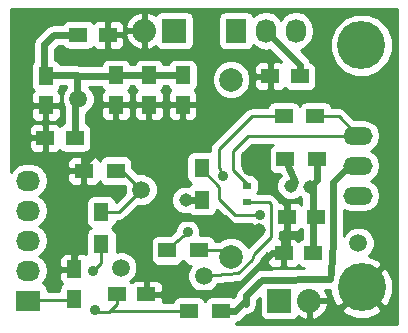
<source format=gbl>
G04 #@! TF.FileFunction,Copper,L2,Bot,Signal*
%FSLAX46Y46*%
G04 Gerber Fmt 4.6, Leading zero omitted, Abs format (unit mm)*
G04 Created by KiCad (PCBNEW (2015-04-09 BZR 5589)-product) date Wednesday, 15 April 2015 07:54:32 pm*
%MOMM*%
G01*
G04 APERTURE LIST*
%ADD10C,0.150000*%
%ADD11R,1.250000X1.500000*%
%ADD12R,1.500000X1.250000*%
%ADD13R,0.700000X0.600000*%
%ADD14R,1.300000X1.500000*%
%ADD15R,2.032000X2.032000*%
%ADD16O,2.032000X2.032000*%
%ADD17R,2.032000X1.727200*%
%ADD18O,2.032000X1.727200*%
%ADD19R,1.727200X2.032000*%
%ADD20O,1.727200X2.032000*%
%ADD21C,1.501140*%
%ADD22O,2.499360X1.501140*%
%ADD23R,1.500000X1.300000*%
%ADD24C,1.998980*%
%ADD25C,4.064000*%
%ADD26C,1.143000*%
%ADD27C,0.889000*%
%ADD28C,0.609600*%
%ADD29C,0.254000*%
G04 APERTURE END LIST*
D10*
D11*
X146608800Y-100350000D03*
X146608800Y-102850000D03*
D12*
X149372000Y-96875600D03*
X151872000Y-96875600D03*
X152623200Y-118846600D03*
X155123200Y-118846600D03*
X168128000Y-100380800D03*
X165628000Y-100380800D03*
D11*
X158191200Y-100299200D03*
X158191200Y-102799200D03*
X155346400Y-100299200D03*
X155346400Y-102799200D03*
D12*
X169499600Y-112268000D03*
X166999600Y-112268000D03*
X149052600Y-105587800D03*
X146552600Y-105587800D03*
D11*
X152552400Y-100299200D03*
X152552400Y-102799200D03*
X149021800Y-119207600D03*
X149021800Y-116707600D03*
D12*
X169245600Y-115366800D03*
X166745600Y-115366800D03*
D13*
X163626800Y-109637600D03*
X163626800Y-111037600D03*
D14*
X159816800Y-110824000D03*
X159816800Y-108124000D03*
D15*
X157480000Y-96520000D03*
D16*
X154940000Y-96520000D03*
D15*
X166370000Y-119380000D03*
D16*
X168910000Y-119380000D03*
D17*
X145135600Y-119380000D03*
D18*
X145135600Y-116840000D03*
X145135600Y-114300000D03*
X145135600Y-111760000D03*
X145135600Y-109220000D03*
D19*
X162712400Y-96520000D03*
D20*
X165252400Y-96520000D03*
X167792400Y-96520000D03*
D21*
X154686000Y-109982000D03*
X173075600Y-114503200D03*
X152958800Y-116586000D03*
X159969200Y-117297200D03*
X149352000Y-102311200D03*
D22*
X173024800Y-107950000D03*
X173024800Y-105410000D03*
X173024800Y-110490000D03*
D23*
X169447200Y-103784400D03*
X166747200Y-103784400D03*
D24*
X162306000Y-100653200D03*
X162306000Y-115653200D03*
D14*
X151307800Y-111857800D03*
X151307800Y-114557800D03*
D23*
X152530800Y-108381800D03*
X149830800Y-108381800D03*
X161446200Y-120294400D03*
X158746200Y-120294400D03*
X156892000Y-115112800D03*
X159592000Y-115112800D03*
X169599600Y-107391200D03*
X166899600Y-107391200D03*
D25*
X173329600Y-97739200D03*
X173355000Y-118237000D03*
D26*
X158445200Y-110845600D03*
X148894800Y-113182400D03*
X144957800Y-102920800D03*
X156464000Y-107238800D03*
X164642800Y-113436400D03*
X155244800Y-116687600D03*
X163779200Y-108204000D03*
X151333200Y-104546400D03*
D27*
X150787100Y-120192800D03*
X158623000Y-113563400D03*
D26*
X169011600Y-109728000D03*
D27*
X164744400Y-112115600D03*
X161645600Y-108864400D03*
X150622000Y-116890800D03*
D26*
X167335200Y-109677200D03*
D28*
X149052600Y-105587800D02*
X149052600Y-102610600D01*
X149052600Y-102610600D02*
X149352000Y-102311200D01*
X159816800Y-110824000D02*
X158466800Y-110824000D01*
X158466800Y-110824000D02*
X158445200Y-110845600D01*
X158191200Y-100299200D02*
X155346400Y-100299200D01*
X155346400Y-100299200D02*
X152552400Y-100299200D01*
X152552400Y-100299200D02*
X152521600Y-100330000D01*
X152521600Y-100330000D02*
X149250400Y-100330000D01*
X149250400Y-100330000D02*
X149250400Y-100299200D01*
X149250400Y-100299200D02*
X149250400Y-102209600D01*
X149250400Y-102209600D02*
X149352000Y-102311200D01*
X149250400Y-100299200D02*
X146659600Y-100299200D01*
X146659600Y-100299200D02*
X146487200Y-100126800D01*
X146487200Y-100126800D02*
X146487200Y-97688400D01*
X146487200Y-97688400D02*
X147300000Y-96875600D01*
X147300000Y-96875600D02*
X149372000Y-96875600D01*
X149830800Y-108381800D02*
X149830800Y-107826800D01*
X149830800Y-107826800D02*
X151333200Y-106324400D01*
X151333200Y-106324400D02*
X151333200Y-104546400D01*
X149021800Y-116707600D02*
X149021800Y-113309400D01*
X149021800Y-113309400D02*
X148894800Y-113182400D01*
X156718000Y-112369600D02*
X156718000Y-107492800D01*
X156718000Y-107492800D02*
X156464000Y-107238800D01*
X164693600Y-113385600D02*
X162763200Y-113385600D01*
X155244800Y-116535200D02*
X155244800Y-116687600D01*
X153416000Y-114706400D02*
X155244800Y-116535200D01*
X153416000Y-112877600D02*
X153416000Y-114706400D01*
X156210000Y-112877600D02*
X153416000Y-112877600D01*
X156718000Y-112369600D02*
X156210000Y-112877600D01*
X161747200Y-112369600D02*
X156718000Y-112369600D01*
X162763200Y-113385600D02*
X161747200Y-112369600D01*
X166745600Y-115366800D02*
X165760400Y-115366800D01*
X156921200Y-116687600D02*
X155244800Y-116687600D01*
X158953200Y-118719600D02*
X157657800Y-117424200D01*
X157657800Y-117424200D02*
X156921200Y-116687600D01*
X162407600Y-118719600D02*
X158953200Y-118719600D01*
X165760400Y-115366800D02*
X162407600Y-118719600D01*
X166999600Y-112268000D02*
X166999600Y-115112800D01*
X166999600Y-115112800D02*
X166745600Y-115366800D01*
X166999600Y-112268000D02*
X166999600Y-111221200D01*
X164947600Y-108204000D02*
X163779200Y-108204000D01*
X164998400Y-108254800D02*
X164947600Y-108204000D01*
X164998400Y-109220000D02*
X164998400Y-108254800D01*
X166999600Y-111221200D02*
X164998400Y-109220000D01*
D29*
X150914100Y-120319800D02*
X150787100Y-120192800D01*
X151968200Y-120319800D02*
X150914100Y-120319800D01*
X156892000Y-115112800D02*
X156892000Y-114989600D01*
X156892000Y-114989600D02*
X158623000Y-113563400D01*
X152623200Y-118846600D02*
X152623200Y-119664800D01*
X152623200Y-119664800D02*
X151968200Y-120319800D01*
X151968200Y-120319800D02*
X151993600Y-120294400D01*
X158746200Y-120294400D02*
X151993600Y-120294400D01*
D28*
X168128000Y-100380800D02*
X168128000Y-99395600D01*
X168128000Y-99395600D02*
X165252400Y-96520000D01*
X169245600Y-115366800D02*
X169245600Y-112318800D01*
X169245600Y-112318800D02*
X169194800Y-112268000D01*
X169194800Y-112268000D02*
X169194800Y-109911200D01*
X169194800Y-109911200D02*
X169011600Y-109728000D01*
X169599600Y-107391200D02*
X169599600Y-109140000D01*
X169599600Y-109140000D02*
X169011600Y-109728000D01*
D29*
X146050000Y-119303800D02*
X148925600Y-119303800D01*
X148925600Y-119303800D02*
X149021800Y-119207600D01*
X163626800Y-109637600D02*
X163626800Y-109474000D01*
X163626800Y-109474000D02*
X162458400Y-108305600D01*
X162458400Y-108305600D02*
X162458400Y-106680000D01*
X162458400Y-106680000D02*
X163728400Y-105410000D01*
X163728400Y-105410000D02*
X173024800Y-105410000D01*
X171399200Y-103784400D02*
X173024800Y-105410000D01*
X169447200Y-103784400D02*
X171399200Y-103784400D01*
X163626800Y-111037600D02*
X165495200Y-111037600D01*
X162915600Y-117043200D02*
X159969200Y-117297200D01*
X164033200Y-115925600D02*
X162915600Y-117043200D01*
X164236400Y-115417600D02*
X164033200Y-115925600D01*
X165658800Y-113995200D02*
X164236400Y-115417600D01*
X165658800Y-111201200D02*
X165658800Y-113995200D01*
X165495200Y-111037600D02*
X165658800Y-111201200D01*
X162944800Y-112115600D02*
X162610800Y-112115600D01*
X164744400Y-112115600D02*
X162944800Y-112115600D01*
X161290000Y-109728000D02*
X159816800Y-108254800D01*
X161290000Y-110794800D02*
X161290000Y-109728000D01*
X162610800Y-112115600D02*
X161290000Y-110794800D01*
X159816800Y-108254800D02*
X159816800Y-108124000D01*
D28*
X161446200Y-120294400D02*
X162610800Y-120294400D01*
X162610800Y-120294400D02*
X163576000Y-119329200D01*
X170738800Y-116967000D02*
X170637200Y-117551200D01*
X170738800Y-116967000D02*
X170891200Y-114452400D01*
X170891200Y-114452400D02*
X170891200Y-109321600D01*
X172262800Y-107950000D02*
X170891200Y-109321600D01*
X163576000Y-118922800D02*
X163576000Y-119329200D01*
X163576000Y-119329200D02*
X163576000Y-119634000D01*
X163576000Y-119634000D02*
X163576000Y-119583200D01*
X164896800Y-117602000D02*
X163576000Y-118922800D01*
X170637200Y-117551200D02*
X164896800Y-117602000D01*
X172262800Y-107950000D02*
X173024800Y-107950000D01*
D29*
X151307800Y-111857800D02*
X152810200Y-111857800D01*
X152810200Y-111857800D02*
X154686000Y-109982000D01*
X152530800Y-108381800D02*
X153085800Y-108381800D01*
X153085800Y-108381800D02*
X154686000Y-109982000D01*
X164033200Y-103784400D02*
X166747200Y-103784400D01*
X161239200Y-106578400D02*
X164033200Y-103784400D01*
X161239200Y-108102400D02*
X161239200Y-106578400D01*
X161594800Y-108864400D02*
X161239200Y-108102400D01*
X161645600Y-108864400D02*
X161594800Y-108864400D01*
X159592000Y-115112800D02*
X161765600Y-115112800D01*
X161765600Y-115112800D02*
X162306000Y-115653200D01*
X151307800Y-114557800D02*
X151307800Y-116205000D01*
X151307800Y-116205000D02*
X150622000Y-116890800D01*
D28*
X166899600Y-107391200D02*
X167712400Y-109300000D01*
X167712400Y-109300000D02*
X167335200Y-109677200D01*
D29*
G36*
X176315000Y-121315000D02*
X176025880Y-121315000D01*
X176025880Y-118747612D01*
X176017975Y-117686643D01*
X175997062Y-117636154D01*
X175997062Y-97211028D01*
X175591891Y-96230439D01*
X174842307Y-95479545D01*
X173862427Y-95072664D01*
X172801428Y-95071738D01*
X171820839Y-95476909D01*
X171069945Y-96226493D01*
X170663064Y-97206373D01*
X170662138Y-98267372D01*
X171067309Y-99247961D01*
X171816893Y-99998855D01*
X172796773Y-100405736D01*
X173857772Y-100406662D01*
X174838361Y-100001491D01*
X175589255Y-99251907D01*
X175996136Y-98272027D01*
X175997062Y-97211028D01*
X175997062Y-117636154D01*
X175627168Y-116743154D01*
X175253121Y-116518484D01*
X173534605Y-118237000D01*
X175253121Y-119955516D01*
X175627168Y-119730846D01*
X176025880Y-118747612D01*
X176025880Y-121315000D01*
X175073516Y-121315000D01*
X175073516Y-120135121D01*
X173355000Y-118416605D01*
X171636484Y-120135121D01*
X171861154Y-120509168D01*
X172844388Y-120907880D01*
X173905357Y-120899975D01*
X174848846Y-120509168D01*
X175073516Y-120135121D01*
X175073516Y-121315000D01*
X170515983Y-121315000D01*
X170515983Y-119762946D01*
X170397367Y-119507000D01*
X169037000Y-119507000D01*
X169037000Y-120866836D01*
X169292944Y-120985975D01*
X169774818Y-120786385D01*
X170247188Y-120348379D01*
X170515983Y-119762946D01*
X170515983Y-121315000D01*
X162711927Y-121315000D01*
X162790611Y-121198433D01*
X162970446Y-121162662D01*
X163275339Y-120958939D01*
X163681454Y-120552823D01*
X163935646Y-120502262D01*
X164240539Y-120298539D01*
X164444262Y-119993646D01*
X164515800Y-119634000D01*
X164515800Y-119583200D01*
X164515800Y-119329200D01*
X164515800Y-119312078D01*
X164706560Y-119121318D01*
X164706560Y-120396000D01*
X164753537Y-120638123D01*
X164893327Y-120850927D01*
X165104360Y-120993377D01*
X165354000Y-121043440D01*
X167386000Y-121043440D01*
X167628123Y-120996463D01*
X167840927Y-120856673D01*
X167948737Y-120696956D01*
X168045182Y-120786385D01*
X168527056Y-120985975D01*
X168783000Y-120866836D01*
X168783000Y-119507000D01*
X168763000Y-119507000D01*
X168763000Y-119253000D01*
X168783000Y-119253000D01*
X168783000Y-119233000D01*
X169037000Y-119233000D01*
X169037000Y-119253000D01*
X170397367Y-119253000D01*
X170515983Y-118997054D01*
X170285081Y-118494152D01*
X170645517Y-118490963D01*
X170689748Y-118481757D01*
X170692025Y-118787357D01*
X171082832Y-119730846D01*
X171456879Y-119955516D01*
X173175395Y-118237000D01*
X173161252Y-118222857D01*
X173340857Y-118043252D01*
X173355000Y-118057395D01*
X175073516Y-116338879D01*
X174848846Y-115964832D01*
X173941286Y-115596806D01*
X174249544Y-115289087D01*
X174460929Y-114780016D01*
X174461410Y-114228802D01*
X174250914Y-113719363D01*
X173861487Y-113329256D01*
X173352416Y-113117871D01*
X172801202Y-113117390D01*
X172291763Y-113327886D01*
X171901656Y-113717313D01*
X171831000Y-113887471D01*
X171831000Y-111684885D01*
X171958532Y-111770100D01*
X172488767Y-111875570D01*
X173560833Y-111875570D01*
X174091068Y-111770100D01*
X174540579Y-111469746D01*
X174840933Y-111020235D01*
X174946403Y-110490000D01*
X174840933Y-109959765D01*
X174540579Y-109510254D01*
X174106183Y-109220000D01*
X174540579Y-108929746D01*
X174840933Y-108480235D01*
X174946403Y-107950000D01*
X174840933Y-107419765D01*
X174540579Y-106970254D01*
X174106183Y-106680000D01*
X174540579Y-106389746D01*
X174840933Y-105940235D01*
X174946403Y-105410000D01*
X174840933Y-104879765D01*
X174540579Y-104430254D01*
X174091068Y-104129900D01*
X173560833Y-104024430D01*
X172716860Y-104024430D01*
X171938015Y-103245585D01*
X171690805Y-103080404D01*
X171399200Y-103022400D01*
X170822909Y-103022400D01*
X170797663Y-102892277D01*
X170657873Y-102679473D01*
X170446840Y-102537023D01*
X170197200Y-102486960D01*
X169525440Y-102486960D01*
X169525440Y-101005800D01*
X169525440Y-99755800D01*
X169478463Y-99513677D01*
X169338673Y-99300873D01*
X169127640Y-99158423D01*
X169016176Y-99136069D01*
X168996262Y-99035955D01*
X168996262Y-99035954D01*
X168792539Y-98731061D01*
X168186443Y-98124965D01*
X168365889Y-98089271D01*
X168852070Y-97764415D01*
X169176926Y-97278234D01*
X169291000Y-96704745D01*
X169291000Y-96335255D01*
X169176926Y-95761766D01*
X168852070Y-95275585D01*
X168365889Y-94950729D01*
X167792400Y-94836655D01*
X167218911Y-94950729D01*
X166732730Y-95275585D01*
X166522400Y-95590365D01*
X166312070Y-95275585D01*
X165825889Y-94950729D01*
X165252400Y-94836655D01*
X164678911Y-94950729D01*
X164192730Y-95275585D01*
X164182184Y-95291367D01*
X164176463Y-95261877D01*
X164036673Y-95049073D01*
X163825640Y-94906623D01*
X163576000Y-94856560D01*
X161848800Y-94856560D01*
X161606677Y-94903537D01*
X161393873Y-95043327D01*
X161251423Y-95254360D01*
X161201360Y-95504000D01*
X161201360Y-97536000D01*
X161248337Y-97778123D01*
X161388127Y-97990927D01*
X161599160Y-98133377D01*
X161848800Y-98183440D01*
X163576000Y-98183440D01*
X163818123Y-98136463D01*
X164030927Y-97996673D01*
X164173377Y-97785640D01*
X164181118Y-97747037D01*
X164192730Y-97764415D01*
X164678911Y-98089271D01*
X165252400Y-98203345D01*
X165547890Y-98144568D01*
X166538131Y-99134809D01*
X166504309Y-99120800D01*
X165913750Y-99120800D01*
X165755000Y-99279550D01*
X165755000Y-100253800D01*
X165775000Y-100253800D01*
X165775000Y-100507800D01*
X165755000Y-100507800D01*
X165755000Y-101482050D01*
X165913750Y-101640800D01*
X166504309Y-101640800D01*
X166737698Y-101544127D01*
X166879176Y-101402649D01*
X166917327Y-101460727D01*
X167128360Y-101603177D01*
X167378000Y-101653240D01*
X168878000Y-101653240D01*
X169120123Y-101606263D01*
X169332927Y-101466473D01*
X169475377Y-101255440D01*
X169525440Y-101005800D01*
X169525440Y-102486960D01*
X168697200Y-102486960D01*
X168455077Y-102533937D01*
X168242273Y-102673727D01*
X168099823Y-102884760D01*
X168097983Y-102893930D01*
X168097663Y-102892277D01*
X167957873Y-102679473D01*
X167746840Y-102537023D01*
X167497200Y-102486960D01*
X165997200Y-102486960D01*
X165755077Y-102533937D01*
X165542273Y-102673727D01*
X165501000Y-102734871D01*
X165501000Y-101482050D01*
X165501000Y-100507800D01*
X165501000Y-100253800D01*
X165501000Y-99279550D01*
X165342250Y-99120800D01*
X164751691Y-99120800D01*
X164518302Y-99217473D01*
X164339673Y-99396101D01*
X164243000Y-99629490D01*
X164243000Y-99882109D01*
X164243000Y-100095050D01*
X164401750Y-100253800D01*
X165501000Y-100253800D01*
X165501000Y-100507800D01*
X164401750Y-100507800D01*
X164243000Y-100666550D01*
X164243000Y-100879491D01*
X164243000Y-101132110D01*
X164339673Y-101365499D01*
X164518302Y-101544127D01*
X164751691Y-101640800D01*
X165342250Y-101640800D01*
X165501000Y-101482050D01*
X165501000Y-102734871D01*
X165399823Y-102884760D01*
X165372220Y-103022400D01*
X164033200Y-103022400D01*
X163940774Y-103040784D01*
X163940774Y-100329506D01*
X163692462Y-99728545D01*
X163233073Y-99268354D01*
X162632547Y-99018994D01*
X161982306Y-99018426D01*
X161381345Y-99266738D01*
X160921154Y-99726127D01*
X160671794Y-100326653D01*
X160671226Y-100976894D01*
X160919538Y-101577855D01*
X161378927Y-102038046D01*
X161979453Y-102287406D01*
X162629694Y-102287974D01*
X163230655Y-102039662D01*
X163690846Y-101580273D01*
X163940206Y-100979747D01*
X163940774Y-100329506D01*
X163940774Y-103040784D01*
X163741595Y-103080404D01*
X163642576Y-103146565D01*
X163494385Y-103245584D01*
X160700385Y-106039585D01*
X160535204Y-106286795D01*
X160477200Y-106578400D01*
X160477200Y-106728645D01*
X160466800Y-106726560D01*
X159463640Y-106726560D01*
X159463640Y-101049200D01*
X159463640Y-99549200D01*
X159416663Y-99307077D01*
X159276873Y-99094273D01*
X159143440Y-99004204D01*
X159143440Y-97536000D01*
X159143440Y-95504000D01*
X159096463Y-95261877D01*
X158956673Y-95049073D01*
X158745640Y-94906623D01*
X158496000Y-94856560D01*
X156464000Y-94856560D01*
X156221877Y-94903537D01*
X156009073Y-95043327D01*
X155901262Y-95203043D01*
X155804818Y-95113615D01*
X155322944Y-94914025D01*
X155067000Y-95033164D01*
X155067000Y-96393000D01*
X155087000Y-96393000D01*
X155087000Y-96647000D01*
X155067000Y-96647000D01*
X155067000Y-98006836D01*
X155322944Y-98125975D01*
X155804818Y-97926385D01*
X155901835Y-97836425D01*
X156003327Y-97990927D01*
X156214360Y-98133377D01*
X156464000Y-98183440D01*
X158496000Y-98183440D01*
X158738123Y-98136463D01*
X158950927Y-97996673D01*
X159093377Y-97785640D01*
X159143440Y-97536000D01*
X159143440Y-99004204D01*
X159065840Y-98951823D01*
X158816200Y-98901760D01*
X157566200Y-98901760D01*
X157324077Y-98948737D01*
X157111273Y-99088527D01*
X156968823Y-99299560D01*
X156956822Y-99359400D01*
X156582014Y-99359400D01*
X156571863Y-99307077D01*
X156432073Y-99094273D01*
X156221040Y-98951823D01*
X155971400Y-98901760D01*
X154813000Y-98901760D01*
X154813000Y-98006836D01*
X154813000Y-96647000D01*
X154813000Y-96393000D01*
X154813000Y-95033164D01*
X154557056Y-94914025D01*
X154075182Y-95113615D01*
X153602812Y-95551621D01*
X153334017Y-96137054D01*
X153452633Y-96393000D01*
X154813000Y-96393000D01*
X154813000Y-96647000D01*
X153452633Y-96647000D01*
X153334017Y-96902946D01*
X153602812Y-97488379D01*
X154075182Y-97926385D01*
X154557056Y-98125975D01*
X154813000Y-98006836D01*
X154813000Y-98901760D01*
X154721400Y-98901760D01*
X154479277Y-98948737D01*
X154266473Y-99088527D01*
X154124023Y-99299560D01*
X154112022Y-99359400D01*
X153788014Y-99359400D01*
X153777863Y-99307077D01*
X153638073Y-99094273D01*
X153427040Y-98951823D01*
X153257000Y-98917723D01*
X153257000Y-97626910D01*
X153257000Y-97374291D01*
X153257000Y-97161350D01*
X153257000Y-96589850D01*
X153257000Y-96376909D01*
X153257000Y-96124290D01*
X153160327Y-95890901D01*
X152981698Y-95712273D01*
X152748309Y-95615600D01*
X152157750Y-95615600D01*
X151999000Y-95774350D01*
X151999000Y-96748600D01*
X153098250Y-96748600D01*
X153257000Y-96589850D01*
X153257000Y-97161350D01*
X153098250Y-97002600D01*
X151999000Y-97002600D01*
X151999000Y-97976850D01*
X152157750Y-98135600D01*
X152748309Y-98135600D01*
X152981698Y-98038927D01*
X153160327Y-97860299D01*
X153257000Y-97626910D01*
X153257000Y-98917723D01*
X153177400Y-98901760D01*
X151927400Y-98901760D01*
X151685277Y-98948737D01*
X151472473Y-99088527D01*
X151330023Y-99299560D01*
X151311845Y-99390200D01*
X149405242Y-99390200D01*
X149250400Y-99359400D01*
X147834558Y-99359400D01*
X147834263Y-99357877D01*
X147694473Y-99145073D01*
X147483440Y-99002623D01*
X147427000Y-98991304D01*
X147427000Y-98077678D01*
X147689278Y-97815400D01*
X148069278Y-97815400D01*
X148161327Y-97955527D01*
X148372360Y-98097977D01*
X148622000Y-98148040D01*
X150122000Y-98148040D01*
X150364123Y-98101063D01*
X150576927Y-97961273D01*
X150620337Y-97896962D01*
X150762302Y-98038927D01*
X150995691Y-98135600D01*
X151586250Y-98135600D01*
X151745000Y-97976850D01*
X151745000Y-97002600D01*
X151725000Y-97002600D01*
X151725000Y-96748600D01*
X151745000Y-96748600D01*
X151745000Y-95774350D01*
X151586250Y-95615600D01*
X150995691Y-95615600D01*
X150762302Y-95712273D01*
X150620823Y-95853750D01*
X150582673Y-95795673D01*
X150371640Y-95653223D01*
X150122000Y-95603160D01*
X148622000Y-95603160D01*
X148379877Y-95650137D01*
X148167073Y-95789927D01*
X148068606Y-95935800D01*
X147300000Y-95935800D01*
X146940354Y-96007338D01*
X146635461Y-96211061D01*
X145822661Y-97023861D01*
X145618938Y-97328754D01*
X145547400Y-97688400D01*
X145547400Y-99127156D01*
X145528873Y-99139327D01*
X145386423Y-99350360D01*
X145336360Y-99600000D01*
X145336360Y-101100000D01*
X145383337Y-101342123D01*
X145523127Y-101554927D01*
X145587437Y-101598337D01*
X145445473Y-101740302D01*
X145348800Y-101973691D01*
X145348800Y-102564250D01*
X145507550Y-102723000D01*
X146481800Y-102723000D01*
X146481800Y-102703000D01*
X146735800Y-102703000D01*
X146735800Y-102723000D01*
X147710050Y-102723000D01*
X147868800Y-102564250D01*
X147868800Y-101973691D01*
X147772127Y-101740302D01*
X147630649Y-101598823D01*
X147688727Y-101560673D01*
X147831177Y-101349640D01*
X147853364Y-101239000D01*
X148310600Y-101239000D01*
X148310600Y-101393000D01*
X148178056Y-101525313D01*
X147966671Y-102034384D01*
X147966190Y-102585598D01*
X148112800Y-102940421D01*
X148112800Y-104352185D01*
X148060477Y-104362337D01*
X147868800Y-104488248D01*
X147868800Y-103726309D01*
X147868800Y-103135750D01*
X147710050Y-102977000D01*
X146735800Y-102977000D01*
X146735800Y-104076250D01*
X146894550Y-104235000D01*
X147107491Y-104235000D01*
X147360110Y-104235000D01*
X147593499Y-104138327D01*
X147772127Y-103959698D01*
X147868800Y-103726309D01*
X147868800Y-104488248D01*
X147847673Y-104502127D01*
X147804262Y-104566437D01*
X147662298Y-104424473D01*
X147428909Y-104327800D01*
X146838350Y-104327800D01*
X146679600Y-104486550D01*
X146679600Y-105460800D01*
X146699600Y-105460800D01*
X146699600Y-105714800D01*
X146679600Y-105714800D01*
X146679600Y-106689050D01*
X146838350Y-106847800D01*
X147428909Y-106847800D01*
X147662298Y-106751127D01*
X147803776Y-106609649D01*
X147841927Y-106667727D01*
X148052960Y-106810177D01*
X148302600Y-106860240D01*
X149802600Y-106860240D01*
X150044723Y-106813263D01*
X150257527Y-106673473D01*
X150399977Y-106462440D01*
X150450040Y-106212800D01*
X150450040Y-104962800D01*
X150403063Y-104720677D01*
X150263273Y-104507873D01*
X150052240Y-104365423D01*
X149992400Y-104353422D01*
X149992400Y-103545780D01*
X150135837Y-103486514D01*
X150525944Y-103097087D01*
X150737329Y-102588016D01*
X150737810Y-102036802D01*
X150527314Y-101527363D01*
X150270199Y-101269800D01*
X151322761Y-101269800D01*
X151326937Y-101291323D01*
X151466727Y-101504127D01*
X151531037Y-101547537D01*
X151389073Y-101689502D01*
X151292400Y-101922891D01*
X151292400Y-102513450D01*
X151451150Y-102672200D01*
X152425400Y-102672200D01*
X152425400Y-102652200D01*
X152679400Y-102652200D01*
X152679400Y-102672200D01*
X153653650Y-102672200D01*
X153812400Y-102513450D01*
X153812400Y-101922891D01*
X153715727Y-101689502D01*
X153574249Y-101548023D01*
X153632327Y-101509873D01*
X153774777Y-101298840D01*
X153786777Y-101239000D01*
X154110785Y-101239000D01*
X154120937Y-101291323D01*
X154260727Y-101504127D01*
X154325037Y-101547537D01*
X154183073Y-101689502D01*
X154086400Y-101922891D01*
X154086400Y-102513450D01*
X154245150Y-102672200D01*
X155219400Y-102672200D01*
X155219400Y-102652200D01*
X155473400Y-102652200D01*
X155473400Y-102672200D01*
X156447650Y-102672200D01*
X156606400Y-102513450D01*
X156606400Y-101922891D01*
X156509727Y-101689502D01*
X156368249Y-101548023D01*
X156426327Y-101509873D01*
X156568777Y-101298840D01*
X156580777Y-101239000D01*
X156955585Y-101239000D01*
X156965737Y-101291323D01*
X157105527Y-101504127D01*
X157169837Y-101547537D01*
X157027873Y-101689502D01*
X156931200Y-101922891D01*
X156931200Y-102513450D01*
X157089950Y-102672200D01*
X158064200Y-102672200D01*
X158064200Y-102652200D01*
X158318200Y-102652200D01*
X158318200Y-102672200D01*
X159292450Y-102672200D01*
X159451200Y-102513450D01*
X159451200Y-101922891D01*
X159354527Y-101689502D01*
X159213049Y-101548023D01*
X159271127Y-101509873D01*
X159413577Y-101298840D01*
X159463640Y-101049200D01*
X159463640Y-106726560D01*
X159451200Y-106726560D01*
X159451200Y-103675509D01*
X159451200Y-103084950D01*
X159292450Y-102926200D01*
X158318200Y-102926200D01*
X158318200Y-104025450D01*
X158476950Y-104184200D01*
X158689891Y-104184200D01*
X158942510Y-104184200D01*
X159175899Y-104087527D01*
X159354527Y-103908898D01*
X159451200Y-103675509D01*
X159451200Y-106726560D01*
X159166800Y-106726560D01*
X158924677Y-106773537D01*
X158711873Y-106913327D01*
X158569423Y-107124360D01*
X158519360Y-107374000D01*
X158519360Y-108874000D01*
X158566337Y-109116123D01*
X158706127Y-109328927D01*
X158917160Y-109471377D01*
X158926330Y-109473216D01*
X158924677Y-109473537D01*
X158711873Y-109613327D01*
X158692562Y-109641934D01*
X158686241Y-109639310D01*
X158206265Y-109638891D01*
X158064200Y-109697590D01*
X158064200Y-104025450D01*
X158064200Y-102926200D01*
X157089950Y-102926200D01*
X156931200Y-103084950D01*
X156931200Y-103675509D01*
X157027873Y-103908898D01*
X157206501Y-104087527D01*
X157439890Y-104184200D01*
X157692509Y-104184200D01*
X157905450Y-104184200D01*
X158064200Y-104025450D01*
X158064200Y-109697590D01*
X157762665Y-109822182D01*
X157422975Y-110161280D01*
X157238910Y-110604559D01*
X157238491Y-111084535D01*
X157421782Y-111528135D01*
X157760880Y-111867825D01*
X158204159Y-112051890D01*
X158684135Y-112052309D01*
X158719263Y-112037794D01*
X158917160Y-112171377D01*
X159166800Y-112221440D01*
X160466800Y-112221440D01*
X160708923Y-112174463D01*
X160921727Y-112034673D01*
X161064177Y-111823640D01*
X161093748Y-111676179D01*
X162071984Y-112654415D01*
X162071985Y-112654415D01*
X162319195Y-112819596D01*
X162610800Y-112877600D01*
X162944800Y-112877600D01*
X163979758Y-112877600D01*
X164132114Y-113030222D01*
X164528732Y-113194913D01*
X164896800Y-113195233D01*
X164896800Y-113679569D01*
X163737887Y-114838482D01*
X163692462Y-114728545D01*
X163233073Y-114268354D01*
X162632547Y-114018994D01*
X161982306Y-114018426D01*
X161381345Y-114266738D01*
X161297136Y-114350800D01*
X160967709Y-114350800D01*
X160942463Y-114220677D01*
X160802673Y-114007873D01*
X160591640Y-113865423D01*
X160342000Y-113815360D01*
X159687243Y-113815360D01*
X159702313Y-113779068D01*
X159702687Y-113349616D01*
X159538689Y-112952711D01*
X159235286Y-112648778D01*
X158838668Y-112484087D01*
X158409216Y-112483713D01*
X158012311Y-112647711D01*
X157708378Y-112951114D01*
X157543687Y-113347732D01*
X157543584Y-113465424D01*
X157118862Y-113815360D01*
X156606400Y-113815360D01*
X156606400Y-103675509D01*
X156606400Y-103084950D01*
X156447650Y-102926200D01*
X155473400Y-102926200D01*
X155473400Y-104025450D01*
X155632150Y-104184200D01*
X155845091Y-104184200D01*
X156097710Y-104184200D01*
X156331099Y-104087527D01*
X156509727Y-103908898D01*
X156606400Y-103675509D01*
X156606400Y-113815360D01*
X156142000Y-113815360D01*
X155899877Y-113862337D01*
X155687073Y-114002127D01*
X155544623Y-114213160D01*
X155494560Y-114462800D01*
X155494560Y-115762800D01*
X155541537Y-116004923D01*
X155681327Y-116217727D01*
X155892360Y-116360177D01*
X156142000Y-116410240D01*
X157642000Y-116410240D01*
X157884123Y-116363263D01*
X158096927Y-116223473D01*
X158239377Y-116012440D01*
X158241216Y-116003269D01*
X158241537Y-116004923D01*
X158381327Y-116217727D01*
X158592360Y-116360177D01*
X158842000Y-116410240D01*
X158896505Y-116410240D01*
X158795256Y-116511313D01*
X158583871Y-117020384D01*
X158583390Y-117571598D01*
X158793886Y-118081037D01*
X159183313Y-118471144D01*
X159692384Y-118682529D01*
X160243598Y-118683010D01*
X160753037Y-118472514D01*
X161143144Y-118083087D01*
X161195796Y-117956284D01*
X162981047Y-117802384D01*
X163092942Y-117769923D01*
X163207204Y-117747196D01*
X163234761Y-117728782D01*
X163266592Y-117719549D01*
X163357545Y-117646740D01*
X163454415Y-117582015D01*
X164572015Y-116464415D01*
X164574643Y-116460481D01*
X164578544Y-116457806D01*
X164657134Y-116337024D01*
X164737196Y-116217205D01*
X164738118Y-116212565D01*
X164740699Y-116208600D01*
X164885811Y-115845818D01*
X165360600Y-115371029D01*
X165360600Y-115493802D01*
X165519348Y-115493802D01*
X165360600Y-115652550D01*
X165360600Y-115865491D01*
X165360600Y-116118110D01*
X165457273Y-116351499D01*
X165635902Y-116530127D01*
X165869291Y-116626800D01*
X166459850Y-116626800D01*
X166618600Y-116468050D01*
X166618600Y-115493800D01*
X166598600Y-115493800D01*
X166598600Y-115239800D01*
X166618600Y-115239800D01*
X166618600Y-114265550D01*
X166459850Y-114106800D01*
X166398601Y-114106800D01*
X166420799Y-113995200D01*
X166420800Y-113995200D01*
X166420800Y-113528000D01*
X166713850Y-113528000D01*
X166872600Y-113369250D01*
X166872600Y-112395000D01*
X166852600Y-112395000D01*
X166852600Y-112141000D01*
X166872600Y-112141000D01*
X166872600Y-111166750D01*
X166713850Y-111008000D01*
X166382370Y-111008000D01*
X166362796Y-110909595D01*
X166197615Y-110662385D01*
X166197615Y-110662384D01*
X166034015Y-110498785D01*
X165786805Y-110333604D01*
X165495200Y-110275600D01*
X164514532Y-110275600D01*
X164574177Y-110187240D01*
X164624240Y-109937600D01*
X164624240Y-109337600D01*
X164577263Y-109095477D01*
X164437473Y-108882673D01*
X164226440Y-108740223D01*
X163976800Y-108690160D01*
X163920590Y-108690160D01*
X163220400Y-107989970D01*
X163220400Y-106995630D01*
X164044030Y-106172000D01*
X165859884Y-106172000D01*
X165694673Y-106280527D01*
X165552223Y-106491560D01*
X165502160Y-106741200D01*
X165502160Y-108041200D01*
X165549137Y-108283323D01*
X165688927Y-108496127D01*
X165899960Y-108638577D01*
X166149600Y-108688640D01*
X166430617Y-108688640D01*
X166486434Y-108819722D01*
X166312975Y-108992880D01*
X166128910Y-109436159D01*
X166128491Y-109916135D01*
X166311782Y-110359735D01*
X166650880Y-110699425D01*
X167094159Y-110883490D01*
X167574135Y-110883909D01*
X168017735Y-110700618D01*
X168147974Y-110570605D01*
X168255000Y-110677818D01*
X168255000Y-111241100D01*
X168251262Y-111246637D01*
X168109298Y-111104673D01*
X167875909Y-111008000D01*
X167285350Y-111008000D01*
X167126600Y-111166750D01*
X167126600Y-112141000D01*
X167146600Y-112141000D01*
X167146600Y-112395000D01*
X167126600Y-112395000D01*
X167126600Y-113369250D01*
X167285350Y-113528000D01*
X167875909Y-113528000D01*
X168109298Y-113431327D01*
X168250776Y-113289849D01*
X168288927Y-113347927D01*
X168305800Y-113359316D01*
X168305800Y-114131185D01*
X168253477Y-114141337D01*
X168040673Y-114281127D01*
X167997262Y-114345437D01*
X167855298Y-114203473D01*
X167621909Y-114106800D01*
X167031350Y-114106800D01*
X166872600Y-114265550D01*
X166872600Y-115239800D01*
X166892600Y-115239800D01*
X166892600Y-115493800D01*
X166872600Y-115493800D01*
X166872600Y-116468050D01*
X167031350Y-116626800D01*
X167621909Y-116626800D01*
X167855298Y-116530127D01*
X167996776Y-116388649D01*
X168034927Y-116446727D01*
X168245960Y-116589177D01*
X168452979Y-116630692D01*
X166618600Y-116646925D01*
X164888484Y-116662237D01*
X164713020Y-116698756D01*
X164537154Y-116733738D01*
X164533630Y-116736092D01*
X164529485Y-116736955D01*
X164381345Y-116837845D01*
X164232261Y-116937461D01*
X162911461Y-118258261D01*
X162707738Y-118563154D01*
X162636200Y-118922800D01*
X162636200Y-118939922D01*
X162495546Y-119080575D01*
X162445840Y-119047023D01*
X162196200Y-118996960D01*
X160696200Y-118996960D01*
X160454077Y-119043937D01*
X160241273Y-119183727D01*
X160098823Y-119394760D01*
X160096983Y-119403930D01*
X160096663Y-119402277D01*
X159956873Y-119189473D01*
X159745840Y-119047023D01*
X159496200Y-118996960D01*
X157996200Y-118996960D01*
X157754077Y-119043937D01*
X157541273Y-119183727D01*
X157398823Y-119394760D01*
X157371220Y-119532400D01*
X156508200Y-119532400D01*
X156508200Y-119345291D01*
X156508200Y-119132350D01*
X156508200Y-118560850D01*
X156508200Y-118347909D01*
X156508200Y-118095290D01*
X156411527Y-117861901D01*
X156232898Y-117683273D01*
X155999509Y-117586600D01*
X155408950Y-117586600D01*
X155250200Y-117745350D01*
X155250200Y-118719600D01*
X156349450Y-118719600D01*
X156508200Y-118560850D01*
X156508200Y-119132350D01*
X156349450Y-118973600D01*
X155250200Y-118973600D01*
X155250200Y-118993600D01*
X154996200Y-118993600D01*
X154996200Y-118973600D01*
X154976200Y-118973600D01*
X154976200Y-118719600D01*
X154996200Y-118719600D01*
X154996200Y-117745350D01*
X154837450Y-117586600D01*
X154246891Y-117586600D01*
X154013502Y-117683273D01*
X153872023Y-117824750D01*
X153833873Y-117766673D01*
X153776239Y-117727769D01*
X154132744Y-117371887D01*
X154344129Y-116862816D01*
X154344610Y-116311602D01*
X154134114Y-115802163D01*
X153744687Y-115412056D01*
X153235616Y-115200671D01*
X152684402Y-115200190D01*
X152605240Y-115232899D01*
X152605240Y-113807800D01*
X152558263Y-113565677D01*
X152418473Y-113352873D01*
X152207440Y-113210423D01*
X152198269Y-113208583D01*
X152199923Y-113208263D01*
X152412727Y-113068473D01*
X152555177Y-112857440D01*
X152602833Y-112619800D01*
X152810200Y-112619800D01*
X152810200Y-112619799D01*
X153101804Y-112561796D01*
X153101805Y-112561796D01*
X153349015Y-112396615D01*
X154387362Y-111358267D01*
X154409184Y-111367329D01*
X154960398Y-111367810D01*
X155469837Y-111157314D01*
X155859944Y-110767887D01*
X156071329Y-110258816D01*
X156071810Y-109707602D01*
X155861314Y-109198163D01*
X155471887Y-108808056D01*
X155219400Y-108703214D01*
X155219400Y-104025450D01*
X155219400Y-102926200D01*
X154245150Y-102926200D01*
X154086400Y-103084950D01*
X154086400Y-103675509D01*
X154183073Y-103908898D01*
X154361701Y-104087527D01*
X154595090Y-104184200D01*
X154847709Y-104184200D01*
X155060650Y-104184200D01*
X155219400Y-104025450D01*
X155219400Y-108703214D01*
X154962816Y-108596671D01*
X154411602Y-108596190D01*
X154387697Y-108606067D01*
X153928240Y-108146609D01*
X153928240Y-107731800D01*
X153881263Y-107489677D01*
X153812400Y-107384846D01*
X153812400Y-103675509D01*
X153812400Y-103084950D01*
X153653650Y-102926200D01*
X152679400Y-102926200D01*
X152679400Y-104025450D01*
X152838150Y-104184200D01*
X153051091Y-104184200D01*
X153303710Y-104184200D01*
X153537099Y-104087527D01*
X153715727Y-103908898D01*
X153812400Y-103675509D01*
X153812400Y-107384846D01*
X153741473Y-107276873D01*
X153530440Y-107134423D01*
X153280800Y-107084360D01*
X152425400Y-107084360D01*
X152425400Y-104025450D01*
X152425400Y-102926200D01*
X151451150Y-102926200D01*
X151292400Y-103084950D01*
X151292400Y-103675509D01*
X151389073Y-103908898D01*
X151567701Y-104087527D01*
X151801090Y-104184200D01*
X152053709Y-104184200D01*
X152266650Y-104184200D01*
X152425400Y-104025450D01*
X152425400Y-107084360D01*
X151780800Y-107084360D01*
X151538677Y-107131337D01*
X151325873Y-107271127D01*
X151183423Y-107482160D01*
X151177320Y-107512591D01*
X151119127Y-107372101D01*
X150940498Y-107193473D01*
X150707109Y-107096800D01*
X150116550Y-107096800D01*
X149957800Y-107255550D01*
X149957800Y-108254800D01*
X149977800Y-108254800D01*
X149977800Y-108508800D01*
X149957800Y-108508800D01*
X149957800Y-109508050D01*
X150116550Y-109666800D01*
X150707109Y-109666800D01*
X150940498Y-109570127D01*
X151119127Y-109391499D01*
X151176346Y-109253357D01*
X151180337Y-109273923D01*
X151320127Y-109486727D01*
X151531160Y-109629177D01*
X151780800Y-109679240D01*
X153280800Y-109679240D01*
X153301578Y-109675208D01*
X153309732Y-109683362D01*
X153300671Y-109705184D01*
X153300190Y-110256398D01*
X153310067Y-110280302D01*
X152585306Y-111005062D01*
X152558263Y-110865677D01*
X152418473Y-110652873D01*
X152207440Y-110510423D01*
X151957800Y-110460360D01*
X150657800Y-110460360D01*
X150415677Y-110507337D01*
X150202873Y-110647127D01*
X150060423Y-110858160D01*
X150010360Y-111107800D01*
X150010360Y-112607800D01*
X150057337Y-112849923D01*
X150197127Y-113062727D01*
X150408160Y-113205177D01*
X150417330Y-113207016D01*
X150415677Y-113207337D01*
X150202873Y-113347127D01*
X150060423Y-113558160D01*
X150010360Y-113807800D01*
X150010360Y-115307800D01*
X150038124Y-115450898D01*
X150006499Y-115419273D01*
X149773110Y-115322600D01*
X149703800Y-115322600D01*
X149703800Y-109508050D01*
X149703800Y-108508800D01*
X149703800Y-108254800D01*
X149703800Y-107255550D01*
X149545050Y-107096800D01*
X148954491Y-107096800D01*
X148721102Y-107193473D01*
X148542473Y-107372101D01*
X148445800Y-107605490D01*
X148445800Y-107858109D01*
X148445800Y-108096050D01*
X148604550Y-108254800D01*
X149703800Y-108254800D01*
X149703800Y-108508800D01*
X148604550Y-108508800D01*
X148445800Y-108667550D01*
X148445800Y-108905491D01*
X148445800Y-109158110D01*
X148542473Y-109391499D01*
X148721102Y-109570127D01*
X148954491Y-109666800D01*
X149545050Y-109666800D01*
X149703800Y-109508050D01*
X149703800Y-115322600D01*
X149520491Y-115322600D01*
X149307550Y-115322600D01*
X149148800Y-115481350D01*
X149148800Y-116580600D01*
X149168800Y-116580600D01*
X149168800Y-116834600D01*
X149148800Y-116834600D01*
X149148800Y-116854600D01*
X148894800Y-116854600D01*
X148894800Y-116834600D01*
X148894800Y-116580600D01*
X148894800Y-115481350D01*
X148736050Y-115322600D01*
X148523109Y-115322600D01*
X148270490Y-115322600D01*
X148037101Y-115419273D01*
X147858473Y-115597902D01*
X147761800Y-115831291D01*
X147761800Y-116421850D01*
X147920550Y-116580600D01*
X148894800Y-116580600D01*
X148894800Y-116834600D01*
X147920550Y-116834600D01*
X147761800Y-116993350D01*
X147761800Y-117583909D01*
X147858473Y-117817298D01*
X147999950Y-117958776D01*
X147941873Y-117996927D01*
X147799423Y-118207960D01*
X147749360Y-118457600D01*
X147749360Y-118541800D01*
X146799040Y-118541800D01*
X146799040Y-118516400D01*
X146752063Y-118274277D01*
X146612273Y-118061473D01*
X146401240Y-117919023D01*
X146362637Y-117911281D01*
X146380015Y-117899670D01*
X146704871Y-117413489D01*
X146818945Y-116840000D01*
X146704871Y-116266511D01*
X146380015Y-115780330D01*
X146065234Y-115570000D01*
X146380015Y-115359670D01*
X146704871Y-114873489D01*
X146818945Y-114300000D01*
X146704871Y-113726511D01*
X146380015Y-113240330D01*
X146065234Y-113030000D01*
X146380015Y-112819670D01*
X146704871Y-112333489D01*
X146818945Y-111760000D01*
X146704871Y-111186511D01*
X146380015Y-110700330D01*
X146065234Y-110490000D01*
X146380015Y-110279670D01*
X146704871Y-109793489D01*
X146818945Y-109220000D01*
X146704871Y-108646511D01*
X146481800Y-108312661D01*
X146481800Y-104076250D01*
X146481800Y-102977000D01*
X145507550Y-102977000D01*
X145348800Y-103135750D01*
X145348800Y-103726309D01*
X145445473Y-103959698D01*
X145624101Y-104138327D01*
X145857490Y-104235000D01*
X146110109Y-104235000D01*
X146323050Y-104235000D01*
X146481800Y-104076250D01*
X146481800Y-108312661D01*
X146425600Y-108228552D01*
X146425600Y-106689050D01*
X146425600Y-105714800D01*
X146425600Y-105460800D01*
X146425600Y-104486550D01*
X146266850Y-104327800D01*
X145676291Y-104327800D01*
X145442902Y-104424473D01*
X145264273Y-104603101D01*
X145167600Y-104836490D01*
X145167600Y-105089109D01*
X145167600Y-105302050D01*
X145326350Y-105460800D01*
X146425600Y-105460800D01*
X146425600Y-105714800D01*
X145326350Y-105714800D01*
X145167600Y-105873550D01*
X145167600Y-106086491D01*
X145167600Y-106339110D01*
X145264273Y-106572499D01*
X145442902Y-106751127D01*
X145676291Y-106847800D01*
X146266850Y-106847800D01*
X146425600Y-106689050D01*
X146425600Y-108228552D01*
X146380015Y-108160330D01*
X145893834Y-107835474D01*
X145320345Y-107721400D01*
X144950855Y-107721400D01*
X144377366Y-107835474D01*
X143891185Y-108160330D01*
X143685000Y-108468907D01*
X143685000Y-94685000D01*
X176315000Y-94685000D01*
X176315000Y-121315000D01*
X176315000Y-121315000D01*
G37*
X176315000Y-121315000D02*
X176025880Y-121315000D01*
X176025880Y-118747612D01*
X176017975Y-117686643D01*
X175997062Y-117636154D01*
X175997062Y-97211028D01*
X175591891Y-96230439D01*
X174842307Y-95479545D01*
X173862427Y-95072664D01*
X172801428Y-95071738D01*
X171820839Y-95476909D01*
X171069945Y-96226493D01*
X170663064Y-97206373D01*
X170662138Y-98267372D01*
X171067309Y-99247961D01*
X171816893Y-99998855D01*
X172796773Y-100405736D01*
X173857772Y-100406662D01*
X174838361Y-100001491D01*
X175589255Y-99251907D01*
X175996136Y-98272027D01*
X175997062Y-97211028D01*
X175997062Y-117636154D01*
X175627168Y-116743154D01*
X175253121Y-116518484D01*
X173534605Y-118237000D01*
X175253121Y-119955516D01*
X175627168Y-119730846D01*
X176025880Y-118747612D01*
X176025880Y-121315000D01*
X175073516Y-121315000D01*
X175073516Y-120135121D01*
X173355000Y-118416605D01*
X171636484Y-120135121D01*
X171861154Y-120509168D01*
X172844388Y-120907880D01*
X173905357Y-120899975D01*
X174848846Y-120509168D01*
X175073516Y-120135121D01*
X175073516Y-121315000D01*
X170515983Y-121315000D01*
X170515983Y-119762946D01*
X170397367Y-119507000D01*
X169037000Y-119507000D01*
X169037000Y-120866836D01*
X169292944Y-120985975D01*
X169774818Y-120786385D01*
X170247188Y-120348379D01*
X170515983Y-119762946D01*
X170515983Y-121315000D01*
X162711927Y-121315000D01*
X162790611Y-121198433D01*
X162970446Y-121162662D01*
X163275339Y-120958939D01*
X163681454Y-120552823D01*
X163935646Y-120502262D01*
X164240539Y-120298539D01*
X164444262Y-119993646D01*
X164515800Y-119634000D01*
X164515800Y-119583200D01*
X164515800Y-119329200D01*
X164515800Y-119312078D01*
X164706560Y-119121318D01*
X164706560Y-120396000D01*
X164753537Y-120638123D01*
X164893327Y-120850927D01*
X165104360Y-120993377D01*
X165354000Y-121043440D01*
X167386000Y-121043440D01*
X167628123Y-120996463D01*
X167840927Y-120856673D01*
X167948737Y-120696956D01*
X168045182Y-120786385D01*
X168527056Y-120985975D01*
X168783000Y-120866836D01*
X168783000Y-119507000D01*
X168763000Y-119507000D01*
X168763000Y-119253000D01*
X168783000Y-119253000D01*
X168783000Y-119233000D01*
X169037000Y-119233000D01*
X169037000Y-119253000D01*
X170397367Y-119253000D01*
X170515983Y-118997054D01*
X170285081Y-118494152D01*
X170645517Y-118490963D01*
X170689748Y-118481757D01*
X170692025Y-118787357D01*
X171082832Y-119730846D01*
X171456879Y-119955516D01*
X173175395Y-118237000D01*
X173161252Y-118222857D01*
X173340857Y-118043252D01*
X173355000Y-118057395D01*
X175073516Y-116338879D01*
X174848846Y-115964832D01*
X173941286Y-115596806D01*
X174249544Y-115289087D01*
X174460929Y-114780016D01*
X174461410Y-114228802D01*
X174250914Y-113719363D01*
X173861487Y-113329256D01*
X173352416Y-113117871D01*
X172801202Y-113117390D01*
X172291763Y-113327886D01*
X171901656Y-113717313D01*
X171831000Y-113887471D01*
X171831000Y-111684885D01*
X171958532Y-111770100D01*
X172488767Y-111875570D01*
X173560833Y-111875570D01*
X174091068Y-111770100D01*
X174540579Y-111469746D01*
X174840933Y-111020235D01*
X174946403Y-110490000D01*
X174840933Y-109959765D01*
X174540579Y-109510254D01*
X174106183Y-109220000D01*
X174540579Y-108929746D01*
X174840933Y-108480235D01*
X174946403Y-107950000D01*
X174840933Y-107419765D01*
X174540579Y-106970254D01*
X174106183Y-106680000D01*
X174540579Y-106389746D01*
X174840933Y-105940235D01*
X174946403Y-105410000D01*
X174840933Y-104879765D01*
X174540579Y-104430254D01*
X174091068Y-104129900D01*
X173560833Y-104024430D01*
X172716860Y-104024430D01*
X171938015Y-103245585D01*
X171690805Y-103080404D01*
X171399200Y-103022400D01*
X170822909Y-103022400D01*
X170797663Y-102892277D01*
X170657873Y-102679473D01*
X170446840Y-102537023D01*
X170197200Y-102486960D01*
X169525440Y-102486960D01*
X169525440Y-101005800D01*
X169525440Y-99755800D01*
X169478463Y-99513677D01*
X169338673Y-99300873D01*
X169127640Y-99158423D01*
X169016176Y-99136069D01*
X168996262Y-99035955D01*
X168996262Y-99035954D01*
X168792539Y-98731061D01*
X168186443Y-98124965D01*
X168365889Y-98089271D01*
X168852070Y-97764415D01*
X169176926Y-97278234D01*
X169291000Y-96704745D01*
X169291000Y-96335255D01*
X169176926Y-95761766D01*
X168852070Y-95275585D01*
X168365889Y-94950729D01*
X167792400Y-94836655D01*
X167218911Y-94950729D01*
X166732730Y-95275585D01*
X166522400Y-95590365D01*
X166312070Y-95275585D01*
X165825889Y-94950729D01*
X165252400Y-94836655D01*
X164678911Y-94950729D01*
X164192730Y-95275585D01*
X164182184Y-95291367D01*
X164176463Y-95261877D01*
X164036673Y-95049073D01*
X163825640Y-94906623D01*
X163576000Y-94856560D01*
X161848800Y-94856560D01*
X161606677Y-94903537D01*
X161393873Y-95043327D01*
X161251423Y-95254360D01*
X161201360Y-95504000D01*
X161201360Y-97536000D01*
X161248337Y-97778123D01*
X161388127Y-97990927D01*
X161599160Y-98133377D01*
X161848800Y-98183440D01*
X163576000Y-98183440D01*
X163818123Y-98136463D01*
X164030927Y-97996673D01*
X164173377Y-97785640D01*
X164181118Y-97747037D01*
X164192730Y-97764415D01*
X164678911Y-98089271D01*
X165252400Y-98203345D01*
X165547890Y-98144568D01*
X166538131Y-99134809D01*
X166504309Y-99120800D01*
X165913750Y-99120800D01*
X165755000Y-99279550D01*
X165755000Y-100253800D01*
X165775000Y-100253800D01*
X165775000Y-100507800D01*
X165755000Y-100507800D01*
X165755000Y-101482050D01*
X165913750Y-101640800D01*
X166504309Y-101640800D01*
X166737698Y-101544127D01*
X166879176Y-101402649D01*
X166917327Y-101460727D01*
X167128360Y-101603177D01*
X167378000Y-101653240D01*
X168878000Y-101653240D01*
X169120123Y-101606263D01*
X169332927Y-101466473D01*
X169475377Y-101255440D01*
X169525440Y-101005800D01*
X169525440Y-102486960D01*
X168697200Y-102486960D01*
X168455077Y-102533937D01*
X168242273Y-102673727D01*
X168099823Y-102884760D01*
X168097983Y-102893930D01*
X168097663Y-102892277D01*
X167957873Y-102679473D01*
X167746840Y-102537023D01*
X167497200Y-102486960D01*
X165997200Y-102486960D01*
X165755077Y-102533937D01*
X165542273Y-102673727D01*
X165501000Y-102734871D01*
X165501000Y-101482050D01*
X165501000Y-100507800D01*
X165501000Y-100253800D01*
X165501000Y-99279550D01*
X165342250Y-99120800D01*
X164751691Y-99120800D01*
X164518302Y-99217473D01*
X164339673Y-99396101D01*
X164243000Y-99629490D01*
X164243000Y-99882109D01*
X164243000Y-100095050D01*
X164401750Y-100253800D01*
X165501000Y-100253800D01*
X165501000Y-100507800D01*
X164401750Y-100507800D01*
X164243000Y-100666550D01*
X164243000Y-100879491D01*
X164243000Y-101132110D01*
X164339673Y-101365499D01*
X164518302Y-101544127D01*
X164751691Y-101640800D01*
X165342250Y-101640800D01*
X165501000Y-101482050D01*
X165501000Y-102734871D01*
X165399823Y-102884760D01*
X165372220Y-103022400D01*
X164033200Y-103022400D01*
X163940774Y-103040784D01*
X163940774Y-100329506D01*
X163692462Y-99728545D01*
X163233073Y-99268354D01*
X162632547Y-99018994D01*
X161982306Y-99018426D01*
X161381345Y-99266738D01*
X160921154Y-99726127D01*
X160671794Y-100326653D01*
X160671226Y-100976894D01*
X160919538Y-101577855D01*
X161378927Y-102038046D01*
X161979453Y-102287406D01*
X162629694Y-102287974D01*
X163230655Y-102039662D01*
X163690846Y-101580273D01*
X163940206Y-100979747D01*
X163940774Y-100329506D01*
X163940774Y-103040784D01*
X163741595Y-103080404D01*
X163642576Y-103146565D01*
X163494385Y-103245584D01*
X160700385Y-106039585D01*
X160535204Y-106286795D01*
X160477200Y-106578400D01*
X160477200Y-106728645D01*
X160466800Y-106726560D01*
X159463640Y-106726560D01*
X159463640Y-101049200D01*
X159463640Y-99549200D01*
X159416663Y-99307077D01*
X159276873Y-99094273D01*
X159143440Y-99004204D01*
X159143440Y-97536000D01*
X159143440Y-95504000D01*
X159096463Y-95261877D01*
X158956673Y-95049073D01*
X158745640Y-94906623D01*
X158496000Y-94856560D01*
X156464000Y-94856560D01*
X156221877Y-94903537D01*
X156009073Y-95043327D01*
X155901262Y-95203043D01*
X155804818Y-95113615D01*
X155322944Y-94914025D01*
X155067000Y-95033164D01*
X155067000Y-96393000D01*
X155087000Y-96393000D01*
X155087000Y-96647000D01*
X155067000Y-96647000D01*
X155067000Y-98006836D01*
X155322944Y-98125975D01*
X155804818Y-97926385D01*
X155901835Y-97836425D01*
X156003327Y-97990927D01*
X156214360Y-98133377D01*
X156464000Y-98183440D01*
X158496000Y-98183440D01*
X158738123Y-98136463D01*
X158950927Y-97996673D01*
X159093377Y-97785640D01*
X159143440Y-97536000D01*
X159143440Y-99004204D01*
X159065840Y-98951823D01*
X158816200Y-98901760D01*
X157566200Y-98901760D01*
X157324077Y-98948737D01*
X157111273Y-99088527D01*
X156968823Y-99299560D01*
X156956822Y-99359400D01*
X156582014Y-99359400D01*
X156571863Y-99307077D01*
X156432073Y-99094273D01*
X156221040Y-98951823D01*
X155971400Y-98901760D01*
X154813000Y-98901760D01*
X154813000Y-98006836D01*
X154813000Y-96647000D01*
X154813000Y-96393000D01*
X154813000Y-95033164D01*
X154557056Y-94914025D01*
X154075182Y-95113615D01*
X153602812Y-95551621D01*
X153334017Y-96137054D01*
X153452633Y-96393000D01*
X154813000Y-96393000D01*
X154813000Y-96647000D01*
X153452633Y-96647000D01*
X153334017Y-96902946D01*
X153602812Y-97488379D01*
X154075182Y-97926385D01*
X154557056Y-98125975D01*
X154813000Y-98006836D01*
X154813000Y-98901760D01*
X154721400Y-98901760D01*
X154479277Y-98948737D01*
X154266473Y-99088527D01*
X154124023Y-99299560D01*
X154112022Y-99359400D01*
X153788014Y-99359400D01*
X153777863Y-99307077D01*
X153638073Y-99094273D01*
X153427040Y-98951823D01*
X153257000Y-98917723D01*
X153257000Y-97626910D01*
X153257000Y-97374291D01*
X153257000Y-97161350D01*
X153257000Y-96589850D01*
X153257000Y-96376909D01*
X153257000Y-96124290D01*
X153160327Y-95890901D01*
X152981698Y-95712273D01*
X152748309Y-95615600D01*
X152157750Y-95615600D01*
X151999000Y-95774350D01*
X151999000Y-96748600D01*
X153098250Y-96748600D01*
X153257000Y-96589850D01*
X153257000Y-97161350D01*
X153098250Y-97002600D01*
X151999000Y-97002600D01*
X151999000Y-97976850D01*
X152157750Y-98135600D01*
X152748309Y-98135600D01*
X152981698Y-98038927D01*
X153160327Y-97860299D01*
X153257000Y-97626910D01*
X153257000Y-98917723D01*
X153177400Y-98901760D01*
X151927400Y-98901760D01*
X151685277Y-98948737D01*
X151472473Y-99088527D01*
X151330023Y-99299560D01*
X151311845Y-99390200D01*
X149405242Y-99390200D01*
X149250400Y-99359400D01*
X147834558Y-99359400D01*
X147834263Y-99357877D01*
X147694473Y-99145073D01*
X147483440Y-99002623D01*
X147427000Y-98991304D01*
X147427000Y-98077678D01*
X147689278Y-97815400D01*
X148069278Y-97815400D01*
X148161327Y-97955527D01*
X148372360Y-98097977D01*
X148622000Y-98148040D01*
X150122000Y-98148040D01*
X150364123Y-98101063D01*
X150576927Y-97961273D01*
X150620337Y-97896962D01*
X150762302Y-98038927D01*
X150995691Y-98135600D01*
X151586250Y-98135600D01*
X151745000Y-97976850D01*
X151745000Y-97002600D01*
X151725000Y-97002600D01*
X151725000Y-96748600D01*
X151745000Y-96748600D01*
X151745000Y-95774350D01*
X151586250Y-95615600D01*
X150995691Y-95615600D01*
X150762302Y-95712273D01*
X150620823Y-95853750D01*
X150582673Y-95795673D01*
X150371640Y-95653223D01*
X150122000Y-95603160D01*
X148622000Y-95603160D01*
X148379877Y-95650137D01*
X148167073Y-95789927D01*
X148068606Y-95935800D01*
X147300000Y-95935800D01*
X146940354Y-96007338D01*
X146635461Y-96211061D01*
X145822661Y-97023861D01*
X145618938Y-97328754D01*
X145547400Y-97688400D01*
X145547400Y-99127156D01*
X145528873Y-99139327D01*
X145386423Y-99350360D01*
X145336360Y-99600000D01*
X145336360Y-101100000D01*
X145383337Y-101342123D01*
X145523127Y-101554927D01*
X145587437Y-101598337D01*
X145445473Y-101740302D01*
X145348800Y-101973691D01*
X145348800Y-102564250D01*
X145507550Y-102723000D01*
X146481800Y-102723000D01*
X146481800Y-102703000D01*
X146735800Y-102703000D01*
X146735800Y-102723000D01*
X147710050Y-102723000D01*
X147868800Y-102564250D01*
X147868800Y-101973691D01*
X147772127Y-101740302D01*
X147630649Y-101598823D01*
X147688727Y-101560673D01*
X147831177Y-101349640D01*
X147853364Y-101239000D01*
X148310600Y-101239000D01*
X148310600Y-101393000D01*
X148178056Y-101525313D01*
X147966671Y-102034384D01*
X147966190Y-102585598D01*
X148112800Y-102940421D01*
X148112800Y-104352185D01*
X148060477Y-104362337D01*
X147868800Y-104488248D01*
X147868800Y-103726309D01*
X147868800Y-103135750D01*
X147710050Y-102977000D01*
X146735800Y-102977000D01*
X146735800Y-104076250D01*
X146894550Y-104235000D01*
X147107491Y-104235000D01*
X147360110Y-104235000D01*
X147593499Y-104138327D01*
X147772127Y-103959698D01*
X147868800Y-103726309D01*
X147868800Y-104488248D01*
X147847673Y-104502127D01*
X147804262Y-104566437D01*
X147662298Y-104424473D01*
X147428909Y-104327800D01*
X146838350Y-104327800D01*
X146679600Y-104486550D01*
X146679600Y-105460800D01*
X146699600Y-105460800D01*
X146699600Y-105714800D01*
X146679600Y-105714800D01*
X146679600Y-106689050D01*
X146838350Y-106847800D01*
X147428909Y-106847800D01*
X147662298Y-106751127D01*
X147803776Y-106609649D01*
X147841927Y-106667727D01*
X148052960Y-106810177D01*
X148302600Y-106860240D01*
X149802600Y-106860240D01*
X150044723Y-106813263D01*
X150257527Y-106673473D01*
X150399977Y-106462440D01*
X150450040Y-106212800D01*
X150450040Y-104962800D01*
X150403063Y-104720677D01*
X150263273Y-104507873D01*
X150052240Y-104365423D01*
X149992400Y-104353422D01*
X149992400Y-103545780D01*
X150135837Y-103486514D01*
X150525944Y-103097087D01*
X150737329Y-102588016D01*
X150737810Y-102036802D01*
X150527314Y-101527363D01*
X150270199Y-101269800D01*
X151322761Y-101269800D01*
X151326937Y-101291323D01*
X151466727Y-101504127D01*
X151531037Y-101547537D01*
X151389073Y-101689502D01*
X151292400Y-101922891D01*
X151292400Y-102513450D01*
X151451150Y-102672200D01*
X152425400Y-102672200D01*
X152425400Y-102652200D01*
X152679400Y-102652200D01*
X152679400Y-102672200D01*
X153653650Y-102672200D01*
X153812400Y-102513450D01*
X153812400Y-101922891D01*
X153715727Y-101689502D01*
X153574249Y-101548023D01*
X153632327Y-101509873D01*
X153774777Y-101298840D01*
X153786777Y-101239000D01*
X154110785Y-101239000D01*
X154120937Y-101291323D01*
X154260727Y-101504127D01*
X154325037Y-101547537D01*
X154183073Y-101689502D01*
X154086400Y-101922891D01*
X154086400Y-102513450D01*
X154245150Y-102672200D01*
X155219400Y-102672200D01*
X155219400Y-102652200D01*
X155473400Y-102652200D01*
X155473400Y-102672200D01*
X156447650Y-102672200D01*
X156606400Y-102513450D01*
X156606400Y-101922891D01*
X156509727Y-101689502D01*
X156368249Y-101548023D01*
X156426327Y-101509873D01*
X156568777Y-101298840D01*
X156580777Y-101239000D01*
X156955585Y-101239000D01*
X156965737Y-101291323D01*
X157105527Y-101504127D01*
X157169837Y-101547537D01*
X157027873Y-101689502D01*
X156931200Y-101922891D01*
X156931200Y-102513450D01*
X157089950Y-102672200D01*
X158064200Y-102672200D01*
X158064200Y-102652200D01*
X158318200Y-102652200D01*
X158318200Y-102672200D01*
X159292450Y-102672200D01*
X159451200Y-102513450D01*
X159451200Y-101922891D01*
X159354527Y-101689502D01*
X159213049Y-101548023D01*
X159271127Y-101509873D01*
X159413577Y-101298840D01*
X159463640Y-101049200D01*
X159463640Y-106726560D01*
X159451200Y-106726560D01*
X159451200Y-103675509D01*
X159451200Y-103084950D01*
X159292450Y-102926200D01*
X158318200Y-102926200D01*
X158318200Y-104025450D01*
X158476950Y-104184200D01*
X158689891Y-104184200D01*
X158942510Y-104184200D01*
X159175899Y-104087527D01*
X159354527Y-103908898D01*
X159451200Y-103675509D01*
X159451200Y-106726560D01*
X159166800Y-106726560D01*
X158924677Y-106773537D01*
X158711873Y-106913327D01*
X158569423Y-107124360D01*
X158519360Y-107374000D01*
X158519360Y-108874000D01*
X158566337Y-109116123D01*
X158706127Y-109328927D01*
X158917160Y-109471377D01*
X158926330Y-109473216D01*
X158924677Y-109473537D01*
X158711873Y-109613327D01*
X158692562Y-109641934D01*
X158686241Y-109639310D01*
X158206265Y-109638891D01*
X158064200Y-109697590D01*
X158064200Y-104025450D01*
X158064200Y-102926200D01*
X157089950Y-102926200D01*
X156931200Y-103084950D01*
X156931200Y-103675509D01*
X157027873Y-103908898D01*
X157206501Y-104087527D01*
X157439890Y-104184200D01*
X157692509Y-104184200D01*
X157905450Y-104184200D01*
X158064200Y-104025450D01*
X158064200Y-109697590D01*
X157762665Y-109822182D01*
X157422975Y-110161280D01*
X157238910Y-110604559D01*
X157238491Y-111084535D01*
X157421782Y-111528135D01*
X157760880Y-111867825D01*
X158204159Y-112051890D01*
X158684135Y-112052309D01*
X158719263Y-112037794D01*
X158917160Y-112171377D01*
X159166800Y-112221440D01*
X160466800Y-112221440D01*
X160708923Y-112174463D01*
X160921727Y-112034673D01*
X161064177Y-111823640D01*
X161093748Y-111676179D01*
X162071984Y-112654415D01*
X162071985Y-112654415D01*
X162319195Y-112819596D01*
X162610800Y-112877600D01*
X162944800Y-112877600D01*
X163979758Y-112877600D01*
X164132114Y-113030222D01*
X164528732Y-113194913D01*
X164896800Y-113195233D01*
X164896800Y-113679569D01*
X163737887Y-114838482D01*
X163692462Y-114728545D01*
X163233073Y-114268354D01*
X162632547Y-114018994D01*
X161982306Y-114018426D01*
X161381345Y-114266738D01*
X161297136Y-114350800D01*
X160967709Y-114350800D01*
X160942463Y-114220677D01*
X160802673Y-114007873D01*
X160591640Y-113865423D01*
X160342000Y-113815360D01*
X159687243Y-113815360D01*
X159702313Y-113779068D01*
X159702687Y-113349616D01*
X159538689Y-112952711D01*
X159235286Y-112648778D01*
X158838668Y-112484087D01*
X158409216Y-112483713D01*
X158012311Y-112647711D01*
X157708378Y-112951114D01*
X157543687Y-113347732D01*
X157543584Y-113465424D01*
X157118862Y-113815360D01*
X156606400Y-113815360D01*
X156606400Y-103675509D01*
X156606400Y-103084950D01*
X156447650Y-102926200D01*
X155473400Y-102926200D01*
X155473400Y-104025450D01*
X155632150Y-104184200D01*
X155845091Y-104184200D01*
X156097710Y-104184200D01*
X156331099Y-104087527D01*
X156509727Y-103908898D01*
X156606400Y-103675509D01*
X156606400Y-113815360D01*
X156142000Y-113815360D01*
X155899877Y-113862337D01*
X155687073Y-114002127D01*
X155544623Y-114213160D01*
X155494560Y-114462800D01*
X155494560Y-115762800D01*
X155541537Y-116004923D01*
X155681327Y-116217727D01*
X155892360Y-116360177D01*
X156142000Y-116410240D01*
X157642000Y-116410240D01*
X157884123Y-116363263D01*
X158096927Y-116223473D01*
X158239377Y-116012440D01*
X158241216Y-116003269D01*
X158241537Y-116004923D01*
X158381327Y-116217727D01*
X158592360Y-116360177D01*
X158842000Y-116410240D01*
X158896505Y-116410240D01*
X158795256Y-116511313D01*
X158583871Y-117020384D01*
X158583390Y-117571598D01*
X158793886Y-118081037D01*
X159183313Y-118471144D01*
X159692384Y-118682529D01*
X160243598Y-118683010D01*
X160753037Y-118472514D01*
X161143144Y-118083087D01*
X161195796Y-117956284D01*
X162981047Y-117802384D01*
X163092942Y-117769923D01*
X163207204Y-117747196D01*
X163234761Y-117728782D01*
X163266592Y-117719549D01*
X163357545Y-117646740D01*
X163454415Y-117582015D01*
X164572015Y-116464415D01*
X164574643Y-116460481D01*
X164578544Y-116457806D01*
X164657134Y-116337024D01*
X164737196Y-116217205D01*
X164738118Y-116212565D01*
X164740699Y-116208600D01*
X164885811Y-115845818D01*
X165360600Y-115371029D01*
X165360600Y-115493802D01*
X165519348Y-115493802D01*
X165360600Y-115652550D01*
X165360600Y-115865491D01*
X165360600Y-116118110D01*
X165457273Y-116351499D01*
X165635902Y-116530127D01*
X165869291Y-116626800D01*
X166459850Y-116626800D01*
X166618600Y-116468050D01*
X166618600Y-115493800D01*
X166598600Y-115493800D01*
X166598600Y-115239800D01*
X166618600Y-115239800D01*
X166618600Y-114265550D01*
X166459850Y-114106800D01*
X166398601Y-114106800D01*
X166420799Y-113995200D01*
X166420800Y-113995200D01*
X166420800Y-113528000D01*
X166713850Y-113528000D01*
X166872600Y-113369250D01*
X166872600Y-112395000D01*
X166852600Y-112395000D01*
X166852600Y-112141000D01*
X166872600Y-112141000D01*
X166872600Y-111166750D01*
X166713850Y-111008000D01*
X166382370Y-111008000D01*
X166362796Y-110909595D01*
X166197615Y-110662385D01*
X166197615Y-110662384D01*
X166034015Y-110498785D01*
X165786805Y-110333604D01*
X165495200Y-110275600D01*
X164514532Y-110275600D01*
X164574177Y-110187240D01*
X164624240Y-109937600D01*
X164624240Y-109337600D01*
X164577263Y-109095477D01*
X164437473Y-108882673D01*
X164226440Y-108740223D01*
X163976800Y-108690160D01*
X163920590Y-108690160D01*
X163220400Y-107989970D01*
X163220400Y-106995630D01*
X164044030Y-106172000D01*
X165859884Y-106172000D01*
X165694673Y-106280527D01*
X165552223Y-106491560D01*
X165502160Y-106741200D01*
X165502160Y-108041200D01*
X165549137Y-108283323D01*
X165688927Y-108496127D01*
X165899960Y-108638577D01*
X166149600Y-108688640D01*
X166430617Y-108688640D01*
X166486434Y-108819722D01*
X166312975Y-108992880D01*
X166128910Y-109436159D01*
X166128491Y-109916135D01*
X166311782Y-110359735D01*
X166650880Y-110699425D01*
X167094159Y-110883490D01*
X167574135Y-110883909D01*
X168017735Y-110700618D01*
X168147974Y-110570605D01*
X168255000Y-110677818D01*
X168255000Y-111241100D01*
X168251262Y-111246637D01*
X168109298Y-111104673D01*
X167875909Y-111008000D01*
X167285350Y-111008000D01*
X167126600Y-111166750D01*
X167126600Y-112141000D01*
X167146600Y-112141000D01*
X167146600Y-112395000D01*
X167126600Y-112395000D01*
X167126600Y-113369250D01*
X167285350Y-113528000D01*
X167875909Y-113528000D01*
X168109298Y-113431327D01*
X168250776Y-113289849D01*
X168288927Y-113347927D01*
X168305800Y-113359316D01*
X168305800Y-114131185D01*
X168253477Y-114141337D01*
X168040673Y-114281127D01*
X167997262Y-114345437D01*
X167855298Y-114203473D01*
X167621909Y-114106800D01*
X167031350Y-114106800D01*
X166872600Y-114265550D01*
X166872600Y-115239800D01*
X166892600Y-115239800D01*
X166892600Y-115493800D01*
X166872600Y-115493800D01*
X166872600Y-116468050D01*
X167031350Y-116626800D01*
X167621909Y-116626800D01*
X167855298Y-116530127D01*
X167996776Y-116388649D01*
X168034927Y-116446727D01*
X168245960Y-116589177D01*
X168452979Y-116630692D01*
X166618600Y-116646925D01*
X164888484Y-116662237D01*
X164713020Y-116698756D01*
X164537154Y-116733738D01*
X164533630Y-116736092D01*
X164529485Y-116736955D01*
X164381345Y-116837845D01*
X164232261Y-116937461D01*
X162911461Y-118258261D01*
X162707738Y-118563154D01*
X162636200Y-118922800D01*
X162636200Y-118939922D01*
X162495546Y-119080575D01*
X162445840Y-119047023D01*
X162196200Y-118996960D01*
X160696200Y-118996960D01*
X160454077Y-119043937D01*
X160241273Y-119183727D01*
X160098823Y-119394760D01*
X160096983Y-119403930D01*
X160096663Y-119402277D01*
X159956873Y-119189473D01*
X159745840Y-119047023D01*
X159496200Y-118996960D01*
X157996200Y-118996960D01*
X157754077Y-119043937D01*
X157541273Y-119183727D01*
X157398823Y-119394760D01*
X157371220Y-119532400D01*
X156508200Y-119532400D01*
X156508200Y-119345291D01*
X156508200Y-119132350D01*
X156508200Y-118560850D01*
X156508200Y-118347909D01*
X156508200Y-118095290D01*
X156411527Y-117861901D01*
X156232898Y-117683273D01*
X155999509Y-117586600D01*
X155408950Y-117586600D01*
X155250200Y-117745350D01*
X155250200Y-118719600D01*
X156349450Y-118719600D01*
X156508200Y-118560850D01*
X156508200Y-119132350D01*
X156349450Y-118973600D01*
X155250200Y-118973600D01*
X155250200Y-118993600D01*
X154996200Y-118993600D01*
X154996200Y-118973600D01*
X154976200Y-118973600D01*
X154976200Y-118719600D01*
X154996200Y-118719600D01*
X154996200Y-117745350D01*
X154837450Y-117586600D01*
X154246891Y-117586600D01*
X154013502Y-117683273D01*
X153872023Y-117824750D01*
X153833873Y-117766673D01*
X153776239Y-117727769D01*
X154132744Y-117371887D01*
X154344129Y-116862816D01*
X154344610Y-116311602D01*
X154134114Y-115802163D01*
X153744687Y-115412056D01*
X153235616Y-115200671D01*
X152684402Y-115200190D01*
X152605240Y-115232899D01*
X152605240Y-113807800D01*
X152558263Y-113565677D01*
X152418473Y-113352873D01*
X152207440Y-113210423D01*
X152198269Y-113208583D01*
X152199923Y-113208263D01*
X152412727Y-113068473D01*
X152555177Y-112857440D01*
X152602833Y-112619800D01*
X152810200Y-112619800D01*
X152810200Y-112619799D01*
X153101804Y-112561796D01*
X153101805Y-112561796D01*
X153349015Y-112396615D01*
X154387362Y-111358267D01*
X154409184Y-111367329D01*
X154960398Y-111367810D01*
X155469837Y-111157314D01*
X155859944Y-110767887D01*
X156071329Y-110258816D01*
X156071810Y-109707602D01*
X155861314Y-109198163D01*
X155471887Y-108808056D01*
X155219400Y-108703214D01*
X155219400Y-104025450D01*
X155219400Y-102926200D01*
X154245150Y-102926200D01*
X154086400Y-103084950D01*
X154086400Y-103675509D01*
X154183073Y-103908898D01*
X154361701Y-104087527D01*
X154595090Y-104184200D01*
X154847709Y-104184200D01*
X155060650Y-104184200D01*
X155219400Y-104025450D01*
X155219400Y-108703214D01*
X154962816Y-108596671D01*
X154411602Y-108596190D01*
X154387697Y-108606067D01*
X153928240Y-108146609D01*
X153928240Y-107731800D01*
X153881263Y-107489677D01*
X153812400Y-107384846D01*
X153812400Y-103675509D01*
X153812400Y-103084950D01*
X153653650Y-102926200D01*
X152679400Y-102926200D01*
X152679400Y-104025450D01*
X152838150Y-104184200D01*
X153051091Y-104184200D01*
X153303710Y-104184200D01*
X153537099Y-104087527D01*
X153715727Y-103908898D01*
X153812400Y-103675509D01*
X153812400Y-107384846D01*
X153741473Y-107276873D01*
X153530440Y-107134423D01*
X153280800Y-107084360D01*
X152425400Y-107084360D01*
X152425400Y-104025450D01*
X152425400Y-102926200D01*
X151451150Y-102926200D01*
X151292400Y-103084950D01*
X151292400Y-103675509D01*
X151389073Y-103908898D01*
X151567701Y-104087527D01*
X151801090Y-104184200D01*
X152053709Y-104184200D01*
X152266650Y-104184200D01*
X152425400Y-104025450D01*
X152425400Y-107084360D01*
X151780800Y-107084360D01*
X151538677Y-107131337D01*
X151325873Y-107271127D01*
X151183423Y-107482160D01*
X151177320Y-107512591D01*
X151119127Y-107372101D01*
X150940498Y-107193473D01*
X150707109Y-107096800D01*
X150116550Y-107096800D01*
X149957800Y-107255550D01*
X149957800Y-108254800D01*
X149977800Y-108254800D01*
X149977800Y-108508800D01*
X149957800Y-108508800D01*
X149957800Y-109508050D01*
X150116550Y-109666800D01*
X150707109Y-109666800D01*
X150940498Y-109570127D01*
X151119127Y-109391499D01*
X151176346Y-109253357D01*
X151180337Y-109273923D01*
X151320127Y-109486727D01*
X151531160Y-109629177D01*
X151780800Y-109679240D01*
X153280800Y-109679240D01*
X153301578Y-109675208D01*
X153309732Y-109683362D01*
X153300671Y-109705184D01*
X153300190Y-110256398D01*
X153310067Y-110280302D01*
X152585306Y-111005062D01*
X152558263Y-110865677D01*
X152418473Y-110652873D01*
X152207440Y-110510423D01*
X151957800Y-110460360D01*
X150657800Y-110460360D01*
X150415677Y-110507337D01*
X150202873Y-110647127D01*
X150060423Y-110858160D01*
X150010360Y-111107800D01*
X150010360Y-112607800D01*
X150057337Y-112849923D01*
X150197127Y-113062727D01*
X150408160Y-113205177D01*
X150417330Y-113207016D01*
X150415677Y-113207337D01*
X150202873Y-113347127D01*
X150060423Y-113558160D01*
X150010360Y-113807800D01*
X150010360Y-115307800D01*
X150038124Y-115450898D01*
X150006499Y-115419273D01*
X149773110Y-115322600D01*
X149703800Y-115322600D01*
X149703800Y-109508050D01*
X149703800Y-108508800D01*
X149703800Y-108254800D01*
X149703800Y-107255550D01*
X149545050Y-107096800D01*
X148954491Y-107096800D01*
X148721102Y-107193473D01*
X148542473Y-107372101D01*
X148445800Y-107605490D01*
X148445800Y-107858109D01*
X148445800Y-108096050D01*
X148604550Y-108254800D01*
X149703800Y-108254800D01*
X149703800Y-108508800D01*
X148604550Y-108508800D01*
X148445800Y-108667550D01*
X148445800Y-108905491D01*
X148445800Y-109158110D01*
X148542473Y-109391499D01*
X148721102Y-109570127D01*
X148954491Y-109666800D01*
X149545050Y-109666800D01*
X149703800Y-109508050D01*
X149703800Y-115322600D01*
X149520491Y-115322600D01*
X149307550Y-115322600D01*
X149148800Y-115481350D01*
X149148800Y-116580600D01*
X149168800Y-116580600D01*
X149168800Y-116834600D01*
X149148800Y-116834600D01*
X149148800Y-116854600D01*
X148894800Y-116854600D01*
X148894800Y-116834600D01*
X148894800Y-116580600D01*
X148894800Y-115481350D01*
X148736050Y-115322600D01*
X148523109Y-115322600D01*
X148270490Y-115322600D01*
X148037101Y-115419273D01*
X147858473Y-115597902D01*
X147761800Y-115831291D01*
X147761800Y-116421850D01*
X147920550Y-116580600D01*
X148894800Y-116580600D01*
X148894800Y-116834600D01*
X147920550Y-116834600D01*
X147761800Y-116993350D01*
X147761800Y-117583909D01*
X147858473Y-117817298D01*
X147999950Y-117958776D01*
X147941873Y-117996927D01*
X147799423Y-118207960D01*
X147749360Y-118457600D01*
X147749360Y-118541800D01*
X146799040Y-118541800D01*
X146799040Y-118516400D01*
X146752063Y-118274277D01*
X146612273Y-118061473D01*
X146401240Y-117919023D01*
X146362637Y-117911281D01*
X146380015Y-117899670D01*
X146704871Y-117413489D01*
X146818945Y-116840000D01*
X146704871Y-116266511D01*
X146380015Y-115780330D01*
X146065234Y-115570000D01*
X146380015Y-115359670D01*
X146704871Y-114873489D01*
X146818945Y-114300000D01*
X146704871Y-113726511D01*
X146380015Y-113240330D01*
X146065234Y-113030000D01*
X146380015Y-112819670D01*
X146704871Y-112333489D01*
X146818945Y-111760000D01*
X146704871Y-111186511D01*
X146380015Y-110700330D01*
X146065234Y-110490000D01*
X146380015Y-110279670D01*
X146704871Y-109793489D01*
X146818945Y-109220000D01*
X146704871Y-108646511D01*
X146481800Y-108312661D01*
X146481800Y-104076250D01*
X146481800Y-102977000D01*
X145507550Y-102977000D01*
X145348800Y-103135750D01*
X145348800Y-103726309D01*
X145445473Y-103959698D01*
X145624101Y-104138327D01*
X145857490Y-104235000D01*
X146110109Y-104235000D01*
X146323050Y-104235000D01*
X146481800Y-104076250D01*
X146481800Y-108312661D01*
X146425600Y-108228552D01*
X146425600Y-106689050D01*
X146425600Y-105714800D01*
X146425600Y-105460800D01*
X146425600Y-104486550D01*
X146266850Y-104327800D01*
X145676291Y-104327800D01*
X145442902Y-104424473D01*
X145264273Y-104603101D01*
X145167600Y-104836490D01*
X145167600Y-105089109D01*
X145167600Y-105302050D01*
X145326350Y-105460800D01*
X146425600Y-105460800D01*
X146425600Y-105714800D01*
X145326350Y-105714800D01*
X145167600Y-105873550D01*
X145167600Y-106086491D01*
X145167600Y-106339110D01*
X145264273Y-106572499D01*
X145442902Y-106751127D01*
X145676291Y-106847800D01*
X146266850Y-106847800D01*
X146425600Y-106689050D01*
X146425600Y-108228552D01*
X146380015Y-108160330D01*
X145893834Y-107835474D01*
X145320345Y-107721400D01*
X144950855Y-107721400D01*
X144377366Y-107835474D01*
X143891185Y-108160330D01*
X143685000Y-108468907D01*
X143685000Y-94685000D01*
X176315000Y-94685000D01*
X176315000Y-121315000D01*
M02*

</source>
